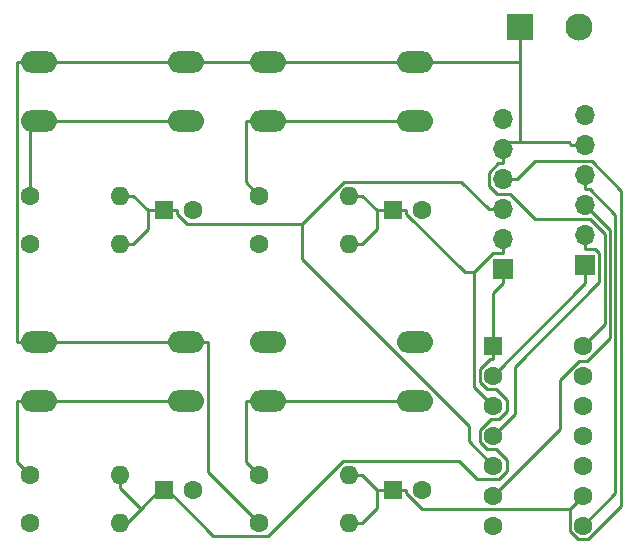
<source format=gbr>
%TF.GenerationSoftware,KiCad,Pcbnew,7.0.8*%
%TF.CreationDate,2023-12-19T15:47:31-08:00*%
%TF.ProjectId,4-button debouncer,342d6275-7474-46f6-9e20-6465626f756e,rev?*%
%TF.SameCoordinates,Original*%
%TF.FileFunction,Copper,L1,Top*%
%TF.FilePolarity,Positive*%
%FSLAX46Y46*%
G04 Gerber Fmt 4.6, Leading zero omitted, Abs format (unit mm)*
G04 Created by KiCad (PCBNEW 7.0.8) date 2023-12-19 15:47:31*
%MOMM*%
%LPD*%
G01*
G04 APERTURE LIST*
%TA.AperFunction,ComponentPad*%
%ADD10O,3.048000X1.850000*%
%TD*%
%TA.AperFunction,ComponentPad*%
%ADD11C,1.600000*%
%TD*%
%TA.AperFunction,ComponentPad*%
%ADD12O,1.600000X1.600000*%
%TD*%
%TA.AperFunction,ComponentPad*%
%ADD13R,1.600000X1.600000*%
%TD*%
%TA.AperFunction,ComponentPad*%
%ADD14R,1.700000X1.700000*%
%TD*%
%TA.AperFunction,ComponentPad*%
%ADD15O,1.700000X1.700000*%
%TD*%
%TA.AperFunction,ComponentPad*%
%ADD16R,2.300000X2.300000*%
%TD*%
%TA.AperFunction,ComponentPad*%
%ADD17C,2.300000*%
%TD*%
%TA.AperFunction,Conductor*%
%ADD18C,0.250000*%
%TD*%
G04 APERTURE END LIST*
D10*
%TO.P,SW4,1,1*%
%TO.N,+5V*%
X54700000Y-81650000D03*
X67200000Y-81650000D03*
%TO.P,SW4,2,2*%
%TO.N,Net-(R6-Pad1)*%
X54700000Y-86650000D03*
X67200000Y-86650000D03*
%TD*%
%TO.P,SW3,1,1*%
%TO.N,+5V*%
X54700000Y-58000000D03*
X67200000Y-58000000D03*
%TO.P,SW3,2,2*%
%TO.N,Net-(R5-Pad1)*%
X54700000Y-63000000D03*
X67200000Y-63000000D03*
%TD*%
%TO.P,SW2,1,1*%
%TO.N,+5V*%
X74100000Y-58000000D03*
X86600000Y-58000000D03*
%TO.P,SW2,2,2*%
%TO.N,Net-(R3-Pad1)*%
X74100000Y-63000000D03*
X86600000Y-63000000D03*
%TD*%
%TO.P,SW1,1,1*%
%TO.N,GND*%
X74100000Y-81650000D03*
X86600000Y-81650000D03*
%TO.P,SW1,2,2*%
%TO.N,Net-(R1-Pad1)*%
X74100000Y-86650000D03*
X86600000Y-86650000D03*
%TD*%
D11*
%TO.P,R8,1*%
%TO.N,GND*%
X53980000Y-73350000D03*
D12*
%TO.P,R8,2*%
%TO.N,/SW3*%
X61600000Y-73350000D03*
%TD*%
D11*
%TO.P,R7,1*%
%TO.N,GND*%
X53980000Y-97000000D03*
D12*
%TO.P,R7,2*%
%TO.N,/SW1*%
X61600000Y-97000000D03*
%TD*%
D11*
%TO.P,R6,1*%
%TO.N,Net-(R6-Pad1)*%
X53980000Y-92950000D03*
D12*
%TO.P,R6,2*%
%TO.N,/SW1*%
X61600000Y-92950000D03*
%TD*%
D11*
%TO.P,R5,1*%
%TO.N,Net-(R5-Pad1)*%
X53980000Y-69300000D03*
D12*
%TO.P,R5,2*%
%TO.N,/SW3*%
X61600000Y-69300000D03*
%TD*%
D11*
%TO.P,R4,1*%
%TO.N,GND*%
X73380000Y-73350000D03*
D12*
%TO.P,R4,2*%
%TO.N,/SW2*%
X81000000Y-73350000D03*
%TD*%
D11*
%TO.P,R3,1*%
%TO.N,Net-(R3-Pad1)*%
X73380000Y-69300000D03*
D12*
%TO.P,R3,2*%
%TO.N,/SW2*%
X81000000Y-69300000D03*
%TD*%
D11*
%TO.P,R2,1*%
%TO.N,+5V*%
X73380000Y-97000000D03*
D12*
%TO.P,R2,2*%
%TO.N,/SW4*%
X81000000Y-97000000D03*
%TD*%
D11*
%TO.P,R1,1*%
%TO.N,Net-(R1-Pad1)*%
X73380000Y-92950000D03*
D12*
%TO.P,R1,2*%
%TO.N,/SW4*%
X81000000Y-92950000D03*
%TD*%
D13*
%TO.P,C5,1*%
%TO.N,/SW4*%
X84689800Y-94200000D03*
D11*
%TO.P,C5,2*%
%TO.N,GND*%
X87189800Y-94200000D03*
%TD*%
D13*
%TO.P,C3,1*%
%TO.N,/SW3*%
X65289800Y-70550000D03*
D11*
%TO.P,C3,2*%
%TO.N,GND*%
X67789800Y-70550000D03*
%TD*%
D13*
%TO.P,C2,1*%
%TO.N,/SW1*%
X65289800Y-94200000D03*
D11*
%TO.P,C2,2*%
%TO.N,GND*%
X67789800Y-94200000D03*
%TD*%
D13*
%TO.P,C1,1*%
%TO.N,/SW2*%
X84689800Y-70550000D03*
D11*
%TO.P,C1,2*%
%TO.N,GND*%
X87189800Y-70550000D03*
%TD*%
D14*
%TO.P,J2,1,Pin_1*%
%TO.N,Net-(J2-Pin_1)*%
X101000000Y-75160000D03*
D15*
%TO.P,J2,2,Pin_2*%
%TO.N,Net-(J2-Pin_2)*%
X101000000Y-72620000D03*
%TO.P,J2,3,Pin_3*%
%TO.N,Net-(J2-Pin_3)*%
X101000000Y-70080000D03*
%TO.P,J2,4,Pin_4*%
%TO.N,Net-(J2-Pin_4)*%
X101000000Y-67540000D03*
%TO.P,J2,5,Pin_5*%
%TO.N,+5V*%
X101000000Y-65000000D03*
%TO.P,J2,6,Pin_6*%
%TO.N,GND*%
X101000000Y-62460000D03*
%TD*%
D14*
%TO.P,J3,1,Pin_1*%
%TO.N,/SW1*%
X94000000Y-75540000D03*
D15*
%TO.P,J3,2,Pin_2*%
%TO.N,/SW2*%
X94000000Y-73000000D03*
%TO.P,J3,3,Pin_3*%
%TO.N,/SW3*%
X94000000Y-70460000D03*
%TO.P,J3,4,Pin_4*%
%TO.N,/SW4*%
X94000000Y-67920000D03*
%TO.P,J3,5,Pin_5*%
%TO.N,+5V*%
X94000000Y-65380000D03*
%TO.P,J3,6,Pin_6*%
%TO.N,GND*%
X94000000Y-62840000D03*
%TD*%
D16*
%TO.P,J1,1*%
%TO.N,+5V*%
X95500000Y-55000000D03*
D17*
%TO.P,J1,2*%
%TO.N,GND*%
X100500000Y-55000000D03*
%TD*%
D13*
%TO.P,U2,1,1A*%
%TO.N,/SW1*%
X93190000Y-82000000D03*
D11*
%TO.P,U2,2,1Y*%
%TO.N,Net-(J2-Pin_1)*%
X93190000Y-84540000D03*
%TO.P,U2,3,2A*%
%TO.N,/SW2*%
X93190000Y-87080000D03*
%TO.P,U2,4,2Y*%
%TO.N,Net-(J2-Pin_2)*%
X93190000Y-89620000D03*
%TO.P,U2,5,3A*%
%TO.N,/SW3*%
X93190000Y-92160000D03*
%TO.P,U2,6,3Y*%
%TO.N,Net-(J2-Pin_3)*%
X93190000Y-94700000D03*
%TO.P,U2,7,GND*%
%TO.N,GND*%
X93190000Y-97240000D03*
%TO.P,U2,8,4Y*%
%TO.N,Net-(J2-Pin_4)*%
X100810000Y-97240000D03*
%TO.P,U2,9,4A*%
%TO.N,/SW4*%
X100810000Y-94700000D03*
%TO.P,U2,10,5Y*%
%TO.N,unconnected-(U2-5Y-Pad10)*%
X100810000Y-92160000D03*
%TO.P,U2,11,5A*%
%TO.N,GND*%
X100810000Y-89620000D03*
%TO.P,U2,12,6Y*%
%TO.N,unconnected-(U2-6Y-Pad12)*%
X100810000Y-87080000D03*
%TO.P,U2,13,6A*%
%TO.N,GND*%
X100810000Y-84540000D03*
%TO.P,U2,14,VCC*%
%TO.N,+5V*%
X100810000Y-82000000D03*
%TD*%
D18*
%TO.N,Net-(J2-Pin_2)*%
X101000000Y-72620000D02*
X101000000Y-73796900D01*
X95059500Y-87750500D02*
X93190000Y-89620000D01*
X95059500Y-83768800D02*
X95059500Y-87750500D01*
X102186100Y-76642200D02*
X95059500Y-83768800D01*
X102186100Y-74173900D02*
X102186100Y-76642200D01*
X101809100Y-73796900D02*
X102186100Y-74173900D01*
X101000000Y-73796900D02*
X101809100Y-73796900D01*
%TO.N,Net-(R6-Pad1)*%
X52849100Y-91819100D02*
X52849100Y-86650000D01*
X53980000Y-92950000D02*
X52849100Y-91819100D01*
X54700000Y-86650000D02*
X52849100Y-86650000D01*
X67200000Y-86650000D02*
X54700000Y-86650000D01*
%TO.N,Net-(R5-Pad1)*%
X67200000Y-63000000D02*
X65349100Y-63000000D01*
X53980000Y-63720000D02*
X54700000Y-63000000D01*
X53980000Y-69300000D02*
X53980000Y-63720000D01*
X54700000Y-63000000D02*
X65349100Y-63000000D01*
%TO.N,Net-(R3-Pad1)*%
X72249100Y-68169100D02*
X72249100Y-63000000D01*
X73380000Y-69300000D02*
X72249100Y-68169100D01*
X74100000Y-63000000D02*
X72249100Y-63000000D01*
X86600000Y-63000000D02*
X74100000Y-63000000D01*
%TO.N,Net-(R1-Pad1)*%
X72249100Y-91819100D02*
X72249100Y-86650000D01*
X73380000Y-92950000D02*
X72249100Y-91819100D01*
X74100000Y-86650000D02*
X72249100Y-86650000D01*
X86600000Y-86650000D02*
X74100000Y-86650000D01*
%TO.N,Net-(J2-Pin_4)*%
X101000000Y-67540000D02*
X101000000Y-68716900D01*
X101365800Y-68716900D02*
X101000000Y-68716900D01*
X103548200Y-70899300D02*
X101365800Y-68716900D01*
X103548200Y-94501800D02*
X103548200Y-70899300D01*
X100810000Y-97240000D02*
X103548200Y-94501800D01*
%TO.N,Net-(J2-Pin_1)*%
X101000000Y-76730000D02*
X101000000Y-75160000D01*
X93190000Y-84540000D02*
X101000000Y-76730000D01*
%TO.N,Net-(J2-Pin_3)*%
X103093100Y-72173100D02*
X101000000Y-70080000D01*
X103093100Y-81317500D02*
X103093100Y-72173100D01*
X101140600Y-83270000D02*
X103093100Y-81317500D01*
X100481300Y-83270000D02*
X101140600Y-83270000D01*
X98863200Y-84888100D02*
X100481300Y-83270000D01*
X98863200Y-89026800D02*
X98863200Y-84888100D01*
X93190000Y-94700000D02*
X98863200Y-89026800D01*
%TO.N,/SW4*%
X81000000Y-92950000D02*
X82126900Y-92950000D01*
X81000000Y-97000000D02*
X82126900Y-97000000D01*
X83376900Y-95750000D02*
X82126900Y-97000000D01*
X83376900Y-94200000D02*
X83376900Y-95750000D01*
X84689800Y-94200000D02*
X83376900Y-94200000D01*
X83376900Y-94200000D02*
X82126900Y-92950000D01*
X84689800Y-94200000D02*
X85816700Y-94200000D01*
X94000000Y-67920000D02*
X95176900Y-67920000D01*
X99673500Y-97703000D02*
X99673500Y-95836500D01*
X100366500Y-98396000D02*
X99673500Y-97703000D01*
X101257700Y-98396000D02*
X100366500Y-98396000D01*
X104039400Y-95614300D02*
X101257700Y-98396000D01*
X104039400Y-68867600D02*
X104039400Y-95614300D01*
X101518400Y-66346600D02*
X104039400Y-68867600D01*
X96750300Y-66346600D02*
X101518400Y-66346600D01*
X95176900Y-67920000D02*
X96750300Y-66346600D01*
X100810000Y-94700000D02*
X99673500Y-95836500D01*
X85816700Y-94481700D02*
X85816700Y-94200000D01*
X87171500Y-95836500D02*
X85816700Y-94481700D01*
X99673500Y-95836500D02*
X87171500Y-95836500D01*
%TO.N,/SW3*%
X61600000Y-69300000D02*
X62726900Y-69300000D01*
X61600000Y-73350000D02*
X62726900Y-73350000D01*
X63976900Y-72100000D02*
X62726900Y-73350000D01*
X63976900Y-70550000D02*
X63976900Y-72100000D01*
X63976900Y-70550000D02*
X62726900Y-69300000D01*
X65289800Y-70550000D02*
X63976900Y-70550000D01*
X65289800Y-70550000D02*
X66416700Y-70550000D01*
X94000000Y-70460000D02*
X92823100Y-70460000D01*
X66416700Y-70831600D02*
X66416700Y-70550000D01*
X67265600Y-71680500D02*
X66416700Y-70831600D01*
X77003100Y-71680500D02*
X67265600Y-71680500D01*
X77003100Y-74681600D02*
X77003100Y-71680500D01*
X91115900Y-88794400D02*
X77003100Y-74681600D01*
X91115900Y-90085900D02*
X91115900Y-88794400D01*
X93190000Y-92160000D02*
X91115900Y-90085900D01*
X90482200Y-68119100D02*
X92823100Y-70460000D01*
X80564500Y-68119100D02*
X90482200Y-68119100D01*
X77003100Y-71680500D02*
X80564500Y-68119100D01*
%TO.N,/SW2*%
X81000000Y-69300000D02*
X82126900Y-69300000D01*
X81000000Y-73350000D02*
X82126900Y-73350000D01*
X83376900Y-72100000D02*
X82126900Y-73350000D01*
X83376900Y-70550000D02*
X83376900Y-72100000D01*
X84689800Y-70550000D02*
X83376900Y-70550000D01*
X83376900Y-70550000D02*
X82126900Y-69300000D01*
X94000000Y-73000000D02*
X94000000Y-74176900D01*
X84689800Y-70550000D02*
X85816700Y-70550000D01*
X85816700Y-70831700D02*
X85816700Y-70550000D01*
X90777900Y-75792900D02*
X85816700Y-70831700D01*
X91567800Y-75792900D02*
X90777900Y-75792900D01*
X91567800Y-85457800D02*
X91567800Y-75792900D01*
X93190000Y-87080000D02*
X91567800Y-85457800D01*
X93183800Y-74176900D02*
X94000000Y-74176900D01*
X91567800Y-75792900D02*
X93183800Y-74176900D01*
%TO.N,/SW1*%
X65289800Y-94200000D02*
X65289800Y-93918200D01*
X61600000Y-97000000D02*
X62163500Y-97000000D01*
X93190000Y-82000000D02*
X93190000Y-81436500D01*
X93190000Y-77526900D02*
X94000000Y-76716900D01*
X93190000Y-81436500D02*
X93190000Y-77526900D01*
X94000000Y-75540000D02*
X94000000Y-76716900D01*
X93190000Y-82000000D02*
X93190000Y-83126900D01*
X61600000Y-92950000D02*
X61600000Y-94076900D01*
X63343300Y-95820200D02*
X61600000Y-94076900D01*
X62163500Y-97000000D02*
X63343300Y-95820200D01*
X65245300Y-93918200D02*
X65289800Y-93918200D01*
X63343300Y-95820200D02*
X65245300Y-93918200D01*
X92910300Y-83126900D02*
X93190000Y-83126900D01*
X92063100Y-83974100D02*
X92910300Y-83126900D01*
X92063100Y-85050900D02*
X92063100Y-83974100D01*
X92679100Y-85666900D02*
X92063100Y-85050900D01*
X93446200Y-85666900D02*
X92679100Y-85666900D01*
X94389200Y-86609900D02*
X93446200Y-85666900D01*
X94389200Y-87526000D02*
X94389200Y-86609900D01*
X93708300Y-88206900D02*
X94389200Y-87526000D01*
X92992800Y-88206900D02*
X93708300Y-88206900D01*
X92062000Y-89137700D02*
X92992800Y-88206900D01*
X92062000Y-90154400D02*
X92062000Y-89137700D01*
X92654500Y-90746900D02*
X92062000Y-90154400D01*
X93414000Y-90746900D02*
X92654500Y-90746900D01*
X94362700Y-91695600D02*
X93414000Y-90746900D01*
X94362700Y-92608000D02*
X94362700Y-91695600D01*
X93646400Y-93324300D02*
X94362700Y-92608000D01*
X91814500Y-93324300D02*
X93646400Y-93324300D01*
X90293000Y-91802800D02*
X91814500Y-93324300D01*
X80461300Y-91802800D02*
X90293000Y-91802800D01*
X74132300Y-98131800D02*
X80461300Y-91802800D01*
X69503400Y-98131800D02*
X74132300Y-98131800D01*
X65289800Y-93918200D02*
X69503400Y-98131800D01*
%TO.N,+5V*%
X94000000Y-65380000D02*
X94000000Y-66556900D01*
X54700000Y-81650000D02*
X67200000Y-81650000D01*
X69050900Y-92670900D02*
X73380000Y-97000000D01*
X69050900Y-81650000D02*
X69050900Y-92670900D01*
X67200000Y-81650000D02*
X69050900Y-81650000D01*
X86600000Y-58000000D02*
X74100000Y-58000000D01*
X74100000Y-58000000D02*
X67200000Y-58000000D01*
X94000000Y-65380000D02*
X94000000Y-64791500D01*
X101000000Y-65000000D02*
X99823100Y-65000000D01*
X54700000Y-81650000D02*
X52849100Y-81650000D01*
X67200000Y-58000000D02*
X54700000Y-58000000D01*
X52849100Y-58000000D02*
X52849100Y-81650000D01*
X54700000Y-58000000D02*
X52849100Y-58000000D01*
X95500000Y-55000000D02*
X95500000Y-56476900D01*
X94000000Y-64791500D02*
X95500000Y-64791500D01*
X99614600Y-64791500D02*
X99823100Y-65000000D01*
X95500000Y-64791500D02*
X99614600Y-64791500D01*
X86600000Y-58000000D02*
X88450900Y-58000000D01*
X95500000Y-58000000D02*
X88450900Y-58000000D01*
X95500000Y-64791500D02*
X95500000Y-58000000D01*
X95500000Y-58000000D02*
X95500000Y-56476900D01*
X102638000Y-80172000D02*
X100810000Y-82000000D01*
X102638000Y-72529000D02*
X102638000Y-80172000D01*
X101400900Y-71291900D02*
X102638000Y-72529000D01*
X96732100Y-71291900D02*
X101400900Y-71291900D01*
X94630200Y-69190000D02*
X96732100Y-71291900D01*
X93552900Y-69190000D02*
X94630200Y-69190000D01*
X92807400Y-68444500D02*
X93552900Y-69190000D01*
X92807400Y-67383700D02*
X92807400Y-68444500D01*
X93634200Y-66556900D02*
X92807400Y-67383700D01*
X94000000Y-66556900D02*
X93634200Y-66556900D01*
%TD*%
M02*

</source>
